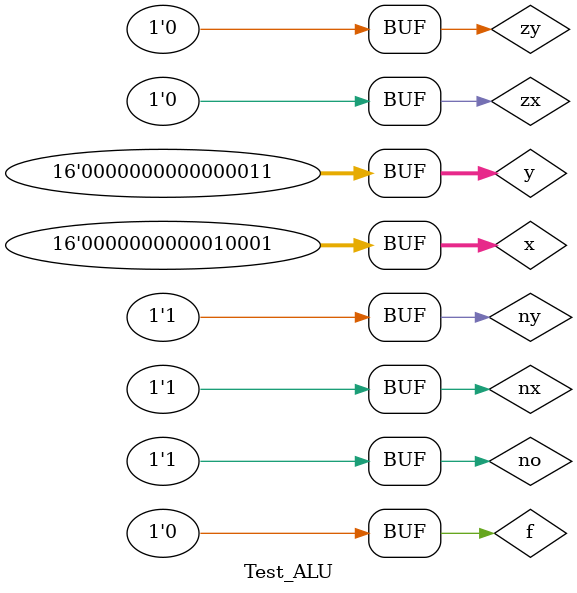
<source format=v>
`timescale 1ns / 1ps

module Test_ALU;

	// Inputs
	reg [15:0] x;
	reg [15:0] y;
	reg zx;
	reg nx;
	reg zy;
	reg ny;
	reg f;
	reg no;

	// Outputs
	wire [15:0] out;
	wire zr;
	wire ng;

	// Instantiate the Unit Under Test (UUT)
	ALU uut (
		.x(x), 
		.y(y), 
		.zx(zx), 
		.nx(nx), 
		.zy(zy), 
		.ny(ny), 
		.f(f), 
		.no(no), 
		.out(out), 
		.zr(zr), 
		.ng(ng)
	);

	initial begin
		// Initialize Inputs
		x = 16'b0000000000000000;
		y = 16'b1111111111111111;
		{zx,nx,zy,ny,f,no} = 6'b101010;
		#100;
		x = 16'b0000000000000000;
		y = 16'b1111111111111111;
		{zx,nx,zy,ny,f,no} = 6'b111111;
		#100;
		x = 16'b0000000000000000;
		y = 16'b1111111111111111;
		{zx,nx,zy,ny,f,no} = 6'b111010;
		#100;
		x = 16'b0000000000000000;
		y = 16'b1111111111111111;
		{zx,nx,zy,ny,f,no} = 6'b001100;
		#100;
		x = 16'b0000000000000000;
		y = 16'b1111111111111111;
		{zx,nx,zy,ny,f,no} = 6'b110000;
		#100;
		x = 16'b0000000000000000;
		y = 16'b1111111111111111;
		{zx,nx,zy,ny,f,no} = 6'b001101;
		#100;
		x = 16'b0000000000000000;
		y = 16'b1111111111111111;
		{zx,nx,zy,ny,f,no} = 6'b110001;
		#100;
		x = 16'b0000000000000000;
		y = 16'b1111111111111111;
		{zx,nx,zy,ny,f,no} = 6'b001111;
		#100;
		x = 16'b0000000000000000;
		y = 16'b1111111111111111;
		{zx,nx,zy,ny,f,no} = 6'b110011;
		#100;
		x = 16'b0000000000000000;
		y = 16'b1111111111111111;
		{zx,nx,zy,ny,f,no} = 6'b011111;
		#100;
		x = 16'b0000000000000000;
		y = 16'b1111111111111111;
		{zx,nx,zy,ny,f,no} = 6'b110111;
		#100;
		x = 16'b0000000000000000;
		y = 16'b1111111111111111;
		{zx,nx,zy,ny,f,no} = 6'b001110;
		#100;
		x = 16'b0000000000000000;
		y = 16'b1111111111111111;
		{zx,nx,zy,ny,f,no} = 6'b110010;
		#100;
		x = 16'b0000000000000000;
		y = 16'b1111111111111111;
		{zx,nx,zy,ny,f,no} = 6'b010011;
		#100;
		x = 16'b0000000000000000;
		y = 16'b1111111111111111;
		{zx,nx,zy,ny,f,no} = 6'b000111;
		#100;
		x = 16'b0000000000000000;
		y = 16'b1111111111111111;
		{zx,nx,zy,ny,f,no} = 6'b000000;
		#100;
		x = 16'b0000000000000000;
		y = 16'b1111111111111111;
		{zx,nx,zy,ny,f,no} = 6'b010101;
		#100;
		x = 16'b0000000000010001;
		y = 16'b0000000000000011;
		{zx,nx,zy,ny,f,no} = 6'b011111;
		#100;
		x = 16'b0000000000010001;
		y = 16'b0000000000000011;
		{zx,nx,zy,ny,f,no} = 6'b111111;
		#100;
		x = 16'b0000000000010001;
		y = 16'b0000000000000011;
		{zx,nx,zy,ny,f,no} = 6'b111010;
		#100;
		x = 16'b0000000000010001;
		y = 16'b0000000000000011;
		{zx,nx,zy,ny,f,no} = 6'b001100;
		#100;
		x = 16'b0000000000010001;
		y = 16'b0000000000000011;
		{zx,nx,zy,ny,f,no} = 6'b110000;
		#100;
		x = 16'b0000000000010001;
		y = 16'b0000000000000011;
		{zx,nx,zy,ny,f,no} = 6'b001101;
		#100;
		x = 16'b0000000000010001;
		y = 16'b0000000000000011;
		{zx,nx,zy,ny,f,no} = 6'b110001;
		#100;
		x = 16'b0000000000010001;
		y = 16'b0000000000000011;
		{zx,nx,zy,ny,f,no} = 6'b001111;
		#100;
		x = 16'b0000000000010001;
		y = 16'b0000000000000011;
		{zx,nx,zy,ny,f,no} = 6'b110011;
		#100;
		x = 16'b0000000000010001;
		y = 16'b0000000000000011;
		{zx,nx,zy,ny,f,no} = 6'b011111;
		#100;
		x = 16'b0000000000010001;
		y = 16'b0000000000000011;
		{zx,nx,zy,ny,f,no} = 6'b110111;
		#100;
		x = 16'b0000000000010001;
		y = 16'b0000000000000011;
		{zx,nx,zy,ny,f,no} = 6'b001110;
		#100;
		x = 16'b0000000000010001;
		y = 16'b0000000000000011;
		{zx,nx,zy,ny,f,no} = 6'b110010;
		#100;
		x = 16'b0000000000010001;
		y = 16'b0000000000000011;
		{zx,nx,zy,ny,f,no} = 6'b010011;
		#100;
		x = 16'b0000000000010001;
		y = 16'b0000000000000011;
		{zx,nx,zy,ny,f,no} = 6'b000111;
		#100;
		x = 16'b0000000000010001;
		y = 16'b0000000000000011;
		{zx,nx,zy,ny,f,no} = 6'b000000;
		#100;
		x = 16'b0000000000010001;
		y = 16'b0000000000000011;
		{zx,nx,zy,ny,f,no} = 6'b010101;
		#100;
		// Wait 100 ns for global reset to finish
		
        
		// Add stimulus here

	end
      
endmodule


</source>
